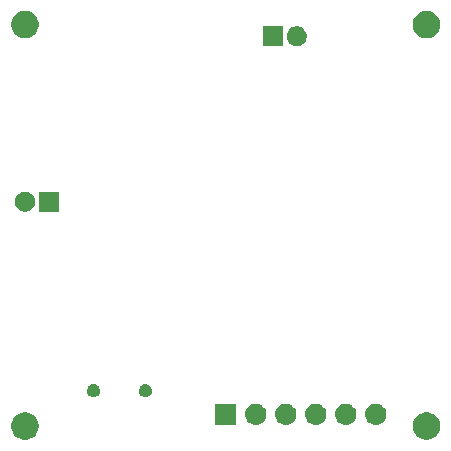
<source format=gbr>
G04 #@! TF.GenerationSoftware,KiCad,Pcbnew,(5.0.2)-1*
G04 #@! TF.CreationDate,2019-01-30T15:42:15+01:00*
G04 #@! TF.ProjectId,lab,6c61622e-6b69-4636-9164-5f7063625858,rev?*
G04 #@! TF.SameCoordinates,Original*
G04 #@! TF.FileFunction,Soldermask,Bot*
G04 #@! TF.FilePolarity,Negative*
%FSLAX46Y46*%
G04 Gerber Fmt 4.6, Leading zero omitted, Abs format (unit mm)*
G04 Created by KiCad (PCBNEW (5.0.2)-1) date 30/01/2019 15:42:15*
%MOMM*%
%LPD*%
G01*
G04 APERTURE LIST*
%ADD10C,0.100000*%
G04 APERTURE END LIST*
D10*
G36*
X23335734Y-55893232D02*
X23545202Y-55979996D01*
X23733723Y-56105962D01*
X23894038Y-56266277D01*
X24020004Y-56454798D01*
X24106768Y-56664266D01*
X24151000Y-56886635D01*
X24151000Y-57113365D01*
X24106768Y-57335734D01*
X24020004Y-57545202D01*
X23894038Y-57733723D01*
X23733723Y-57894038D01*
X23545202Y-58020004D01*
X23335734Y-58106768D01*
X23113365Y-58151000D01*
X22886635Y-58151000D01*
X22664266Y-58106768D01*
X22454798Y-58020004D01*
X22266277Y-57894038D01*
X22105962Y-57733723D01*
X21979996Y-57545202D01*
X21893232Y-57335734D01*
X21849000Y-57113365D01*
X21849000Y-56886635D01*
X21893232Y-56664266D01*
X21979996Y-56454798D01*
X22105962Y-56266277D01*
X22266277Y-56105962D01*
X22454798Y-55979996D01*
X22664266Y-55893232D01*
X22886635Y-55849000D01*
X23113365Y-55849000D01*
X23335734Y-55893232D01*
X23335734Y-55893232D01*
G37*
G36*
X57335734Y-55893232D02*
X57545202Y-55979996D01*
X57733723Y-56105962D01*
X57894038Y-56266277D01*
X58020004Y-56454798D01*
X58106768Y-56664266D01*
X58151000Y-56886635D01*
X58151000Y-57113365D01*
X58106768Y-57335734D01*
X58020004Y-57545202D01*
X57894038Y-57733723D01*
X57733723Y-57894038D01*
X57545202Y-58020004D01*
X57335734Y-58106768D01*
X57113365Y-58151000D01*
X56886635Y-58151000D01*
X56664266Y-58106768D01*
X56454798Y-58020004D01*
X56266277Y-57894038D01*
X56105962Y-57733723D01*
X55979996Y-57545202D01*
X55893232Y-57335734D01*
X55849000Y-57113365D01*
X55849000Y-56886635D01*
X55893232Y-56664266D01*
X55979996Y-56454798D01*
X56105962Y-56266277D01*
X56266277Y-56105962D01*
X56454798Y-55979996D01*
X56664266Y-55893232D01*
X56886635Y-55849000D01*
X57113365Y-55849000D01*
X57335734Y-55893232D01*
X57335734Y-55893232D01*
G37*
G36*
X45190442Y-55105518D02*
X45256627Y-55112037D01*
X45369853Y-55146384D01*
X45426467Y-55163557D01*
X45565087Y-55237652D01*
X45582991Y-55247222D01*
X45618729Y-55276552D01*
X45720186Y-55359814D01*
X45803448Y-55461271D01*
X45832778Y-55497009D01*
X45832779Y-55497011D01*
X45916443Y-55653533D01*
X45916443Y-55653534D01*
X45967963Y-55823373D01*
X45985359Y-56000000D01*
X45967963Y-56176627D01*
X45940768Y-56266277D01*
X45916443Y-56346467D01*
X45858538Y-56454798D01*
X45832778Y-56502991D01*
X45803448Y-56538729D01*
X45720186Y-56640186D01*
X45618729Y-56723448D01*
X45582991Y-56752778D01*
X45582989Y-56752779D01*
X45426467Y-56836443D01*
X45369853Y-56853616D01*
X45256627Y-56887963D01*
X45190443Y-56894481D01*
X45124260Y-56901000D01*
X45035740Y-56901000D01*
X44969557Y-56894481D01*
X44903373Y-56887963D01*
X44790147Y-56853616D01*
X44733533Y-56836443D01*
X44577011Y-56752779D01*
X44577009Y-56752778D01*
X44541271Y-56723448D01*
X44439814Y-56640186D01*
X44356552Y-56538729D01*
X44327222Y-56502991D01*
X44301462Y-56454798D01*
X44243557Y-56346467D01*
X44219232Y-56266277D01*
X44192037Y-56176627D01*
X44174641Y-56000000D01*
X44192037Y-55823373D01*
X44243557Y-55653534D01*
X44243557Y-55653533D01*
X44327221Y-55497011D01*
X44327222Y-55497009D01*
X44356552Y-55461271D01*
X44439814Y-55359814D01*
X44541271Y-55276552D01*
X44577009Y-55247222D01*
X44594913Y-55237652D01*
X44733533Y-55163557D01*
X44790147Y-55146384D01*
X44903373Y-55112037D01*
X44969558Y-55105518D01*
X45035740Y-55099000D01*
X45124260Y-55099000D01*
X45190442Y-55105518D01*
X45190442Y-55105518D01*
G37*
G36*
X40901000Y-56901000D02*
X39099000Y-56901000D01*
X39099000Y-55099000D01*
X40901000Y-55099000D01*
X40901000Y-56901000D01*
X40901000Y-56901000D01*
G37*
G36*
X42650442Y-55105518D02*
X42716627Y-55112037D01*
X42829853Y-55146384D01*
X42886467Y-55163557D01*
X43025087Y-55237652D01*
X43042991Y-55247222D01*
X43078729Y-55276552D01*
X43180186Y-55359814D01*
X43263448Y-55461271D01*
X43292778Y-55497009D01*
X43292779Y-55497011D01*
X43376443Y-55653533D01*
X43376443Y-55653534D01*
X43427963Y-55823373D01*
X43445359Y-56000000D01*
X43427963Y-56176627D01*
X43400768Y-56266277D01*
X43376443Y-56346467D01*
X43318538Y-56454798D01*
X43292778Y-56502991D01*
X43263448Y-56538729D01*
X43180186Y-56640186D01*
X43078729Y-56723448D01*
X43042991Y-56752778D01*
X43042989Y-56752779D01*
X42886467Y-56836443D01*
X42829853Y-56853616D01*
X42716627Y-56887963D01*
X42650443Y-56894481D01*
X42584260Y-56901000D01*
X42495740Y-56901000D01*
X42429557Y-56894481D01*
X42363373Y-56887963D01*
X42250147Y-56853616D01*
X42193533Y-56836443D01*
X42037011Y-56752779D01*
X42037009Y-56752778D01*
X42001271Y-56723448D01*
X41899814Y-56640186D01*
X41816552Y-56538729D01*
X41787222Y-56502991D01*
X41761462Y-56454798D01*
X41703557Y-56346467D01*
X41679232Y-56266277D01*
X41652037Y-56176627D01*
X41634641Y-56000000D01*
X41652037Y-55823373D01*
X41703557Y-55653534D01*
X41703557Y-55653533D01*
X41787221Y-55497011D01*
X41787222Y-55497009D01*
X41816552Y-55461271D01*
X41899814Y-55359814D01*
X42001271Y-55276552D01*
X42037009Y-55247222D01*
X42054913Y-55237652D01*
X42193533Y-55163557D01*
X42250147Y-55146384D01*
X42363373Y-55112037D01*
X42429558Y-55105518D01*
X42495740Y-55099000D01*
X42584260Y-55099000D01*
X42650442Y-55105518D01*
X42650442Y-55105518D01*
G37*
G36*
X47730442Y-55105518D02*
X47796627Y-55112037D01*
X47909853Y-55146384D01*
X47966467Y-55163557D01*
X48105087Y-55237652D01*
X48122991Y-55247222D01*
X48158729Y-55276552D01*
X48260186Y-55359814D01*
X48343448Y-55461271D01*
X48372778Y-55497009D01*
X48372779Y-55497011D01*
X48456443Y-55653533D01*
X48456443Y-55653534D01*
X48507963Y-55823373D01*
X48525359Y-56000000D01*
X48507963Y-56176627D01*
X48480768Y-56266277D01*
X48456443Y-56346467D01*
X48398538Y-56454798D01*
X48372778Y-56502991D01*
X48343448Y-56538729D01*
X48260186Y-56640186D01*
X48158729Y-56723448D01*
X48122991Y-56752778D01*
X48122989Y-56752779D01*
X47966467Y-56836443D01*
X47909853Y-56853616D01*
X47796627Y-56887963D01*
X47730443Y-56894481D01*
X47664260Y-56901000D01*
X47575740Y-56901000D01*
X47509557Y-56894481D01*
X47443373Y-56887963D01*
X47330147Y-56853616D01*
X47273533Y-56836443D01*
X47117011Y-56752779D01*
X47117009Y-56752778D01*
X47081271Y-56723448D01*
X46979814Y-56640186D01*
X46896552Y-56538729D01*
X46867222Y-56502991D01*
X46841462Y-56454798D01*
X46783557Y-56346467D01*
X46759232Y-56266277D01*
X46732037Y-56176627D01*
X46714641Y-56000000D01*
X46732037Y-55823373D01*
X46783557Y-55653534D01*
X46783557Y-55653533D01*
X46867221Y-55497011D01*
X46867222Y-55497009D01*
X46896552Y-55461271D01*
X46979814Y-55359814D01*
X47081271Y-55276552D01*
X47117009Y-55247222D01*
X47134913Y-55237652D01*
X47273533Y-55163557D01*
X47330147Y-55146384D01*
X47443373Y-55112037D01*
X47509558Y-55105518D01*
X47575740Y-55099000D01*
X47664260Y-55099000D01*
X47730442Y-55105518D01*
X47730442Y-55105518D01*
G37*
G36*
X50270442Y-55105518D02*
X50336627Y-55112037D01*
X50449853Y-55146384D01*
X50506467Y-55163557D01*
X50645087Y-55237652D01*
X50662991Y-55247222D01*
X50698729Y-55276552D01*
X50800186Y-55359814D01*
X50883448Y-55461271D01*
X50912778Y-55497009D01*
X50912779Y-55497011D01*
X50996443Y-55653533D01*
X50996443Y-55653534D01*
X51047963Y-55823373D01*
X51065359Y-56000000D01*
X51047963Y-56176627D01*
X51020768Y-56266277D01*
X50996443Y-56346467D01*
X50938538Y-56454798D01*
X50912778Y-56502991D01*
X50883448Y-56538729D01*
X50800186Y-56640186D01*
X50698729Y-56723448D01*
X50662991Y-56752778D01*
X50662989Y-56752779D01*
X50506467Y-56836443D01*
X50449853Y-56853616D01*
X50336627Y-56887963D01*
X50270443Y-56894481D01*
X50204260Y-56901000D01*
X50115740Y-56901000D01*
X50049557Y-56894481D01*
X49983373Y-56887963D01*
X49870147Y-56853616D01*
X49813533Y-56836443D01*
X49657011Y-56752779D01*
X49657009Y-56752778D01*
X49621271Y-56723448D01*
X49519814Y-56640186D01*
X49436552Y-56538729D01*
X49407222Y-56502991D01*
X49381462Y-56454798D01*
X49323557Y-56346467D01*
X49299232Y-56266277D01*
X49272037Y-56176627D01*
X49254641Y-56000000D01*
X49272037Y-55823373D01*
X49323557Y-55653534D01*
X49323557Y-55653533D01*
X49407221Y-55497011D01*
X49407222Y-55497009D01*
X49436552Y-55461271D01*
X49519814Y-55359814D01*
X49621271Y-55276552D01*
X49657009Y-55247222D01*
X49674913Y-55237652D01*
X49813533Y-55163557D01*
X49870147Y-55146384D01*
X49983373Y-55112037D01*
X50049558Y-55105518D01*
X50115740Y-55099000D01*
X50204260Y-55099000D01*
X50270442Y-55105518D01*
X50270442Y-55105518D01*
G37*
G36*
X52810442Y-55105518D02*
X52876627Y-55112037D01*
X52989853Y-55146384D01*
X53046467Y-55163557D01*
X53185087Y-55237652D01*
X53202991Y-55247222D01*
X53238729Y-55276552D01*
X53340186Y-55359814D01*
X53423448Y-55461271D01*
X53452778Y-55497009D01*
X53452779Y-55497011D01*
X53536443Y-55653533D01*
X53536443Y-55653534D01*
X53587963Y-55823373D01*
X53605359Y-56000000D01*
X53587963Y-56176627D01*
X53560768Y-56266277D01*
X53536443Y-56346467D01*
X53478538Y-56454798D01*
X53452778Y-56502991D01*
X53423448Y-56538729D01*
X53340186Y-56640186D01*
X53238729Y-56723448D01*
X53202991Y-56752778D01*
X53202989Y-56752779D01*
X53046467Y-56836443D01*
X52989853Y-56853616D01*
X52876627Y-56887963D01*
X52810443Y-56894481D01*
X52744260Y-56901000D01*
X52655740Y-56901000D01*
X52589557Y-56894481D01*
X52523373Y-56887963D01*
X52410147Y-56853616D01*
X52353533Y-56836443D01*
X52197011Y-56752779D01*
X52197009Y-56752778D01*
X52161271Y-56723448D01*
X52059814Y-56640186D01*
X51976552Y-56538729D01*
X51947222Y-56502991D01*
X51921462Y-56454798D01*
X51863557Y-56346467D01*
X51839232Y-56266277D01*
X51812037Y-56176627D01*
X51794641Y-56000000D01*
X51812037Y-55823373D01*
X51863557Y-55653534D01*
X51863557Y-55653533D01*
X51947221Y-55497011D01*
X51947222Y-55497009D01*
X51976552Y-55461271D01*
X52059814Y-55359814D01*
X52161271Y-55276552D01*
X52197009Y-55247222D01*
X52214913Y-55237652D01*
X52353533Y-55163557D01*
X52410147Y-55146384D01*
X52523373Y-55112037D01*
X52589558Y-55105518D01*
X52655740Y-55099000D01*
X52744260Y-55099000D01*
X52810442Y-55105518D01*
X52810442Y-55105518D01*
G37*
G36*
X28960721Y-53470174D02*
X29060995Y-53511709D01*
X29151245Y-53572012D01*
X29227988Y-53648755D01*
X29288291Y-53739005D01*
X29329826Y-53839279D01*
X29351000Y-53945730D01*
X29351000Y-54054270D01*
X29329826Y-54160721D01*
X29288291Y-54260995D01*
X29227988Y-54351245D01*
X29151245Y-54427988D01*
X29060995Y-54488291D01*
X28960721Y-54529826D01*
X28854270Y-54551000D01*
X28745730Y-54551000D01*
X28639279Y-54529826D01*
X28539005Y-54488291D01*
X28448755Y-54427988D01*
X28372012Y-54351245D01*
X28311709Y-54260995D01*
X28270174Y-54160721D01*
X28249000Y-54054270D01*
X28249000Y-53945730D01*
X28270174Y-53839279D01*
X28311709Y-53739005D01*
X28372012Y-53648755D01*
X28448755Y-53572012D01*
X28539005Y-53511709D01*
X28639279Y-53470174D01*
X28745730Y-53449000D01*
X28854270Y-53449000D01*
X28960721Y-53470174D01*
X28960721Y-53470174D01*
G37*
G36*
X33360721Y-53470174D02*
X33460995Y-53511709D01*
X33551245Y-53572012D01*
X33627988Y-53648755D01*
X33688291Y-53739005D01*
X33729826Y-53839279D01*
X33751000Y-53945730D01*
X33751000Y-54054270D01*
X33729826Y-54160721D01*
X33688291Y-54260995D01*
X33627988Y-54351245D01*
X33551245Y-54427988D01*
X33460995Y-54488291D01*
X33360721Y-54529826D01*
X33254270Y-54551000D01*
X33145730Y-54551000D01*
X33039279Y-54529826D01*
X32939005Y-54488291D01*
X32848755Y-54427988D01*
X32772012Y-54351245D01*
X32711709Y-54260995D01*
X32670174Y-54160721D01*
X32649000Y-54054270D01*
X32649000Y-53945730D01*
X32670174Y-53839279D01*
X32711709Y-53739005D01*
X32772012Y-53648755D01*
X32848755Y-53572012D01*
X32939005Y-53511709D01*
X33039279Y-53470174D01*
X33145730Y-53449000D01*
X33254270Y-53449000D01*
X33360721Y-53470174D01*
X33360721Y-53470174D01*
G37*
G36*
X23248228Y-37181703D02*
X23403100Y-37245853D01*
X23542481Y-37338985D01*
X23661015Y-37457519D01*
X23754147Y-37596900D01*
X23818297Y-37751772D01*
X23851000Y-37916184D01*
X23851000Y-38083816D01*
X23818297Y-38248228D01*
X23754147Y-38403100D01*
X23661015Y-38542481D01*
X23542481Y-38661015D01*
X23403100Y-38754147D01*
X23248228Y-38818297D01*
X23083816Y-38851000D01*
X22916184Y-38851000D01*
X22751772Y-38818297D01*
X22596900Y-38754147D01*
X22457519Y-38661015D01*
X22338985Y-38542481D01*
X22245853Y-38403100D01*
X22181703Y-38248228D01*
X22149000Y-38083816D01*
X22149000Y-37916184D01*
X22181703Y-37751772D01*
X22245853Y-37596900D01*
X22338985Y-37457519D01*
X22457519Y-37338985D01*
X22596900Y-37245853D01*
X22751772Y-37181703D01*
X22916184Y-37149000D01*
X23083816Y-37149000D01*
X23248228Y-37181703D01*
X23248228Y-37181703D01*
G37*
G36*
X25851000Y-38851000D02*
X24149000Y-38851000D01*
X24149000Y-37149000D01*
X25851000Y-37149000D01*
X25851000Y-38851000D01*
X25851000Y-38851000D01*
G37*
G36*
X46248228Y-23181703D02*
X46403100Y-23245853D01*
X46542481Y-23338985D01*
X46661015Y-23457519D01*
X46754147Y-23596900D01*
X46818297Y-23751772D01*
X46851000Y-23916184D01*
X46851000Y-24083816D01*
X46818297Y-24248228D01*
X46754147Y-24403100D01*
X46661015Y-24542481D01*
X46542481Y-24661015D01*
X46403100Y-24754147D01*
X46248228Y-24818297D01*
X46083816Y-24851000D01*
X45916184Y-24851000D01*
X45751772Y-24818297D01*
X45596900Y-24754147D01*
X45457519Y-24661015D01*
X45338985Y-24542481D01*
X45245853Y-24403100D01*
X45181703Y-24248228D01*
X45149000Y-24083816D01*
X45149000Y-23916184D01*
X45181703Y-23751772D01*
X45245853Y-23596900D01*
X45338985Y-23457519D01*
X45457519Y-23338985D01*
X45596900Y-23245853D01*
X45751772Y-23181703D01*
X45916184Y-23149000D01*
X46083816Y-23149000D01*
X46248228Y-23181703D01*
X46248228Y-23181703D01*
G37*
G36*
X44851000Y-24851000D02*
X43149000Y-24851000D01*
X43149000Y-23149000D01*
X44851000Y-23149000D01*
X44851000Y-24851000D01*
X44851000Y-24851000D01*
G37*
G36*
X23335734Y-21893232D02*
X23545202Y-21979996D01*
X23733723Y-22105962D01*
X23894038Y-22266277D01*
X24020004Y-22454798D01*
X24106768Y-22664266D01*
X24151000Y-22886635D01*
X24151000Y-23113365D01*
X24106768Y-23335734D01*
X24020004Y-23545202D01*
X23894038Y-23733723D01*
X23733723Y-23894038D01*
X23545202Y-24020004D01*
X23335734Y-24106768D01*
X23113365Y-24151000D01*
X22886635Y-24151000D01*
X22664266Y-24106768D01*
X22454798Y-24020004D01*
X22266277Y-23894038D01*
X22105962Y-23733723D01*
X21979996Y-23545202D01*
X21893232Y-23335734D01*
X21849000Y-23113365D01*
X21849000Y-22886635D01*
X21893232Y-22664266D01*
X21979996Y-22454798D01*
X22105962Y-22266277D01*
X22266277Y-22105962D01*
X22454798Y-21979996D01*
X22664266Y-21893232D01*
X22886635Y-21849000D01*
X23113365Y-21849000D01*
X23335734Y-21893232D01*
X23335734Y-21893232D01*
G37*
G36*
X57335734Y-21893232D02*
X57545202Y-21979996D01*
X57733723Y-22105962D01*
X57894038Y-22266277D01*
X58020004Y-22454798D01*
X58106768Y-22664266D01*
X58151000Y-22886635D01*
X58151000Y-23113365D01*
X58106768Y-23335734D01*
X58020004Y-23545202D01*
X57894038Y-23733723D01*
X57733723Y-23894038D01*
X57545202Y-24020004D01*
X57335734Y-24106768D01*
X57113365Y-24151000D01*
X56886635Y-24151000D01*
X56664266Y-24106768D01*
X56454798Y-24020004D01*
X56266277Y-23894038D01*
X56105962Y-23733723D01*
X55979996Y-23545202D01*
X55893232Y-23335734D01*
X55849000Y-23113365D01*
X55849000Y-22886635D01*
X55893232Y-22664266D01*
X55979996Y-22454798D01*
X56105962Y-22266277D01*
X56266277Y-22105962D01*
X56454798Y-21979996D01*
X56664266Y-21893232D01*
X56886635Y-21849000D01*
X57113365Y-21849000D01*
X57335734Y-21893232D01*
X57335734Y-21893232D01*
G37*
M02*

</source>
